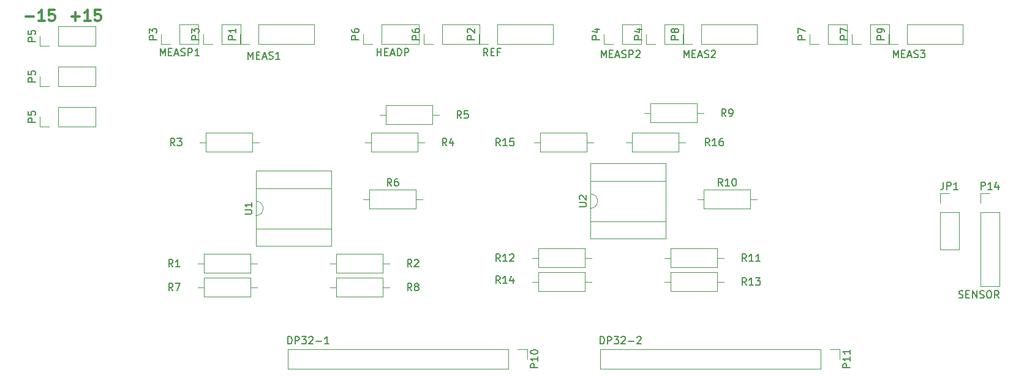
<source format=gto>
G04 #@! TF.FileFunction,Legend,Top*
%FSLAX46Y46*%
G04 Gerber Fmt 4.6, Leading zero omitted, Abs format (unit mm)*
G04 Created by KiCad (PCBNEW (2015-11-24 BZR 6329)-product) date Fri 24 Feb 2017 06:21:55 PM EST*
%MOMM*%
G01*
G04 APERTURE LIST*
%ADD10C,0.100000*%
%ADD11C,0.300000*%
%ADD12C,0.120000*%
%ADD13C,0.150000*%
G04 APERTURE END LIST*
D10*
D11*
X89948001Y-46589143D02*
X91090858Y-46589143D01*
X92590858Y-47160571D02*
X91733715Y-47160571D01*
X92162287Y-47160571D02*
X92162287Y-45660571D01*
X92019430Y-45874857D01*
X91876572Y-46017714D01*
X91733715Y-46089143D01*
X93948001Y-45660571D02*
X93233715Y-45660571D01*
X93162286Y-46374857D01*
X93233715Y-46303429D01*
X93376572Y-46232000D01*
X93733715Y-46232000D01*
X93876572Y-46303429D01*
X93948001Y-46374857D01*
X94019429Y-46517714D01*
X94019429Y-46874857D01*
X93948001Y-47017714D01*
X93876572Y-47089143D01*
X93733715Y-47160571D01*
X93376572Y-47160571D01*
X93233715Y-47089143D01*
X93162286Y-47017714D01*
X96298001Y-46589143D02*
X97440858Y-46589143D01*
X96869429Y-47160571D02*
X96869429Y-46017714D01*
X98940858Y-47160571D02*
X98083715Y-47160571D01*
X98512287Y-47160571D02*
X98512287Y-45660571D01*
X98369430Y-45874857D01*
X98226572Y-46017714D01*
X98083715Y-46089143D01*
X100298001Y-45660571D02*
X99583715Y-45660571D01*
X99512286Y-46374857D01*
X99583715Y-46303429D01*
X99726572Y-46232000D01*
X100083715Y-46232000D01*
X100226572Y-46303429D01*
X100298001Y-46374857D01*
X100369429Y-46517714D01*
X100369429Y-46874857D01*
X100298001Y-47017714D01*
X100226572Y-47089143D01*
X100083715Y-47160571D01*
X99726572Y-47160571D01*
X99583715Y-47089143D01*
X99512286Y-47017714D01*
D12*
X94488000Y-61782000D02*
X99628000Y-61782000D01*
X99628000Y-61782000D02*
X99628000Y-59122000D01*
X99628000Y-59122000D02*
X94488000Y-59122000D01*
X94488000Y-59122000D02*
X94488000Y-61782000D01*
X93218000Y-61782000D02*
X91888000Y-61782000D01*
X91888000Y-61782000D02*
X91888000Y-60452000D01*
X94488000Y-56194000D02*
X99628000Y-56194000D01*
X99628000Y-56194000D02*
X99628000Y-53534000D01*
X99628000Y-53534000D02*
X94488000Y-53534000D01*
X94488000Y-53534000D02*
X94488000Y-56194000D01*
X93218000Y-56194000D02*
X91888000Y-56194000D01*
X91888000Y-56194000D02*
X91888000Y-54864000D01*
X182788000Y-61254000D02*
X182788000Y-58634000D01*
X182788000Y-58634000D02*
X176368000Y-58634000D01*
X176368000Y-58634000D02*
X176368000Y-61254000D01*
X176368000Y-61254000D02*
X182788000Y-61254000D01*
X183678000Y-59944000D02*
X182788000Y-59944000D01*
X175478000Y-59944000D02*
X176368000Y-59944000D01*
X173828000Y-62698000D02*
X173828000Y-65318000D01*
X173828000Y-65318000D02*
X180248000Y-65318000D01*
X180248000Y-65318000D02*
X180248000Y-62698000D01*
X180248000Y-62698000D02*
X173828000Y-62698000D01*
X172938000Y-64008000D02*
X173828000Y-64008000D01*
X181138000Y-64008000D02*
X180248000Y-64008000D01*
X183734000Y-70572000D02*
X183734000Y-73192000D01*
X183734000Y-73192000D02*
X190154000Y-73192000D01*
X190154000Y-73192000D02*
X190154000Y-70572000D01*
X190154000Y-70572000D02*
X183734000Y-70572000D01*
X182844000Y-71882000D02*
X183734000Y-71882000D01*
X191044000Y-71882000D02*
X190154000Y-71882000D01*
X179162000Y-78700000D02*
X179162000Y-81320000D01*
X179162000Y-81320000D02*
X185582000Y-81320000D01*
X185582000Y-81320000D02*
X185582000Y-78700000D01*
X185582000Y-78700000D02*
X179162000Y-78700000D01*
X178272000Y-80010000D02*
X179162000Y-80010000D01*
X186472000Y-80010000D02*
X185582000Y-80010000D01*
X179162000Y-82002000D02*
X179162000Y-84622000D01*
X179162000Y-84622000D02*
X185582000Y-84622000D01*
X185582000Y-84622000D02*
X185582000Y-82002000D01*
X185582000Y-82002000D02*
X179162000Y-82002000D01*
X178272000Y-83312000D02*
X179162000Y-83312000D01*
X186472000Y-83312000D02*
X185582000Y-83312000D01*
X167294000Y-84622000D02*
X167294000Y-82002000D01*
X167294000Y-82002000D02*
X160874000Y-82002000D01*
X160874000Y-82002000D02*
X160874000Y-84622000D01*
X160874000Y-84622000D02*
X167294000Y-84622000D01*
X168184000Y-83312000D02*
X167294000Y-83312000D01*
X159984000Y-83312000D02*
X160874000Y-83312000D01*
X167294000Y-81320000D02*
X167294000Y-78700000D01*
X167294000Y-78700000D02*
X160874000Y-78700000D01*
X160874000Y-78700000D02*
X160874000Y-81320000D01*
X160874000Y-81320000D02*
X167294000Y-81320000D01*
X168184000Y-80010000D02*
X167294000Y-80010000D01*
X159984000Y-80010000D02*
X160874000Y-80010000D01*
X161128000Y-62698000D02*
X161128000Y-65318000D01*
X161128000Y-65318000D02*
X167548000Y-65318000D01*
X167548000Y-65318000D02*
X167548000Y-62698000D01*
X167548000Y-62698000D02*
X161128000Y-62698000D01*
X160238000Y-64008000D02*
X161128000Y-64008000D01*
X168438000Y-64008000D02*
X167548000Y-64008000D01*
X168028000Y-71136000D02*
G75*
G02X168028000Y-73136000I0J-1000000D01*
G01*
X168028000Y-73136000D02*
X168028000Y-74906000D01*
X168028000Y-74906000D02*
X178428000Y-74906000D01*
X178428000Y-74906000D02*
X178428000Y-69366000D01*
X178428000Y-69366000D02*
X168028000Y-69366000D01*
X168028000Y-69366000D02*
X168028000Y-71136000D01*
X168028000Y-77336000D02*
X178428000Y-77336000D01*
X178428000Y-77336000D02*
X178428000Y-66936000D01*
X178428000Y-66936000D02*
X168028000Y-66936000D01*
X168028000Y-66936000D02*
X168028000Y-77336000D01*
X206756000Y-50352000D02*
X209356000Y-50352000D01*
X209356000Y-50352000D02*
X209356000Y-47692000D01*
X209356000Y-47692000D02*
X206756000Y-47692000D01*
X206756000Y-47692000D02*
X206756000Y-50352000D01*
X205486000Y-50352000D02*
X204156000Y-50352000D01*
X204156000Y-50352000D02*
X204156000Y-49022000D01*
X178308000Y-50352000D02*
X180908000Y-50352000D01*
X180908000Y-50352000D02*
X180908000Y-47692000D01*
X180908000Y-47692000D02*
X178308000Y-47692000D01*
X178308000Y-47692000D02*
X178308000Y-50352000D01*
X177038000Y-50352000D02*
X175708000Y-50352000D01*
X175708000Y-50352000D02*
X175708000Y-49022000D01*
X147574000Y-50352000D02*
X152714000Y-50352000D01*
X152714000Y-50352000D02*
X152714000Y-47692000D01*
X152714000Y-47692000D02*
X147574000Y-47692000D01*
X147574000Y-47692000D02*
X147574000Y-50352000D01*
X146304000Y-50352000D02*
X144974000Y-50352000D01*
X144974000Y-50352000D02*
X144974000Y-49022000D01*
X111252000Y-50352000D02*
X113852000Y-50352000D01*
X113852000Y-50352000D02*
X113852000Y-47692000D01*
X113852000Y-47692000D02*
X111252000Y-47692000D01*
X111252000Y-47692000D02*
X111252000Y-50352000D01*
X109982000Y-50352000D02*
X108652000Y-50352000D01*
X108652000Y-50352000D02*
X108652000Y-49022000D01*
X216348000Y-73660000D02*
X216348000Y-78800000D01*
X216348000Y-78800000D02*
X219008000Y-78800000D01*
X219008000Y-78800000D02*
X219008000Y-73660000D01*
X219008000Y-73660000D02*
X216348000Y-73660000D01*
X216348000Y-72390000D02*
X216348000Y-71060000D01*
X216348000Y-71060000D02*
X217678000Y-71060000D01*
X122174000Y-50352000D02*
X129854000Y-50352000D01*
X129854000Y-50352000D02*
X129854000Y-47692000D01*
X129854000Y-47692000D02*
X122174000Y-47692000D01*
X122174000Y-47692000D02*
X122174000Y-50352000D01*
X120904000Y-50352000D02*
X119574000Y-50352000D01*
X119574000Y-50352000D02*
X119574000Y-49022000D01*
X155194000Y-50352000D02*
X162874000Y-50352000D01*
X162874000Y-50352000D02*
X162874000Y-47692000D01*
X162874000Y-47692000D02*
X155194000Y-47692000D01*
X155194000Y-47692000D02*
X155194000Y-50352000D01*
X153924000Y-50352000D02*
X152594000Y-50352000D01*
X152594000Y-50352000D02*
X152594000Y-49022000D01*
X117094000Y-50352000D02*
X119694000Y-50352000D01*
X119694000Y-50352000D02*
X119694000Y-47692000D01*
X119694000Y-47692000D02*
X117094000Y-47692000D01*
X117094000Y-47692000D02*
X117094000Y-50352000D01*
X115824000Y-50352000D02*
X114494000Y-50352000D01*
X114494000Y-50352000D02*
X114494000Y-49022000D01*
X172466000Y-50352000D02*
X175066000Y-50352000D01*
X175066000Y-50352000D02*
X175066000Y-47692000D01*
X175066000Y-47692000D02*
X172466000Y-47692000D01*
X172466000Y-47692000D02*
X172466000Y-50352000D01*
X171196000Y-50352000D02*
X169866000Y-50352000D01*
X169866000Y-50352000D02*
X169866000Y-49022000D01*
X94488000Y-50606000D02*
X99628000Y-50606000D01*
X99628000Y-50606000D02*
X99628000Y-47946000D01*
X99628000Y-47946000D02*
X94488000Y-47946000D01*
X94488000Y-47946000D02*
X94488000Y-50606000D01*
X93218000Y-50606000D02*
X91888000Y-50606000D01*
X91888000Y-50606000D02*
X91888000Y-49276000D01*
X139192000Y-50352000D02*
X144332000Y-50352000D01*
X144332000Y-50352000D02*
X144332000Y-47692000D01*
X144332000Y-47692000D02*
X139192000Y-47692000D01*
X139192000Y-47692000D02*
X139192000Y-50352000D01*
X137922000Y-50352000D02*
X136592000Y-50352000D01*
X136592000Y-50352000D02*
X136592000Y-49022000D01*
X200914000Y-50352000D02*
X203514000Y-50352000D01*
X203514000Y-50352000D02*
X203514000Y-47692000D01*
X203514000Y-47692000D02*
X200914000Y-47692000D01*
X200914000Y-47692000D02*
X200914000Y-50352000D01*
X199644000Y-50352000D02*
X198314000Y-50352000D01*
X198314000Y-50352000D02*
X198314000Y-49022000D01*
X183388000Y-50352000D02*
X191068000Y-50352000D01*
X191068000Y-50352000D02*
X191068000Y-47692000D01*
X191068000Y-47692000D02*
X183388000Y-47692000D01*
X183388000Y-47692000D02*
X183388000Y-50352000D01*
X182118000Y-50352000D02*
X180788000Y-50352000D01*
X180788000Y-50352000D02*
X180788000Y-49022000D01*
X211836000Y-50352000D02*
X219516000Y-50352000D01*
X219516000Y-50352000D02*
X219516000Y-47692000D01*
X219516000Y-47692000D02*
X211836000Y-47692000D01*
X211836000Y-47692000D02*
X211836000Y-50352000D01*
X210566000Y-50352000D02*
X209236000Y-50352000D01*
X209236000Y-50352000D02*
X209236000Y-49022000D01*
X156718000Y-92650000D02*
X126178000Y-92650000D01*
X126178000Y-92650000D02*
X126178000Y-95310000D01*
X126178000Y-95310000D02*
X156718000Y-95310000D01*
X156718000Y-95310000D02*
X156718000Y-92650000D01*
X157988000Y-92650000D02*
X159318000Y-92650000D01*
X159318000Y-92650000D02*
X159318000Y-93980000D01*
X199898000Y-92650000D02*
X169358000Y-92650000D01*
X169358000Y-92650000D02*
X169358000Y-95310000D01*
X169358000Y-95310000D02*
X199898000Y-95310000D01*
X199898000Y-95310000D02*
X199898000Y-92650000D01*
X201168000Y-92650000D02*
X202498000Y-92650000D01*
X202498000Y-92650000D02*
X202498000Y-93980000D01*
X221936000Y-73660000D02*
X221936000Y-83880000D01*
X221936000Y-83880000D02*
X224596000Y-83880000D01*
X224596000Y-83880000D02*
X224596000Y-73660000D01*
X224596000Y-73660000D02*
X221936000Y-73660000D01*
X221936000Y-72390000D02*
X221936000Y-71060000D01*
X221936000Y-71060000D02*
X223266000Y-71060000D01*
X121800000Y-72152000D02*
G75*
G02X121800000Y-74152000I0J-1000000D01*
G01*
X121800000Y-74152000D02*
X121800000Y-75922000D01*
X121800000Y-75922000D02*
X132200000Y-75922000D01*
X132200000Y-75922000D02*
X132200000Y-70382000D01*
X132200000Y-70382000D02*
X121800000Y-70382000D01*
X121800000Y-70382000D02*
X121800000Y-72152000D01*
X121800000Y-78352000D02*
X132200000Y-78352000D01*
X132200000Y-78352000D02*
X132200000Y-67952000D01*
X132200000Y-67952000D02*
X121800000Y-67952000D01*
X121800000Y-67952000D02*
X121800000Y-78352000D01*
X114900000Y-62698000D02*
X114900000Y-65318000D01*
X114900000Y-65318000D02*
X121320000Y-65318000D01*
X121320000Y-65318000D02*
X121320000Y-62698000D01*
X121320000Y-62698000D02*
X114900000Y-62698000D01*
X114010000Y-64008000D02*
X114900000Y-64008000D01*
X122210000Y-64008000D02*
X121320000Y-64008000D01*
X121066000Y-82082000D02*
X121066000Y-79462000D01*
X121066000Y-79462000D02*
X114646000Y-79462000D01*
X114646000Y-79462000D02*
X114646000Y-82082000D01*
X114646000Y-82082000D02*
X121066000Y-82082000D01*
X121956000Y-80772000D02*
X121066000Y-80772000D01*
X113756000Y-80772000D02*
X114646000Y-80772000D01*
X121066000Y-85384000D02*
X121066000Y-82764000D01*
X121066000Y-82764000D02*
X114646000Y-82764000D01*
X114646000Y-82764000D02*
X114646000Y-85384000D01*
X114646000Y-85384000D02*
X121066000Y-85384000D01*
X121956000Y-84074000D02*
X121066000Y-84074000D01*
X113756000Y-84074000D02*
X114646000Y-84074000D01*
X132934000Y-82764000D02*
X132934000Y-85384000D01*
X132934000Y-85384000D02*
X139354000Y-85384000D01*
X139354000Y-85384000D02*
X139354000Y-82764000D01*
X139354000Y-82764000D02*
X132934000Y-82764000D01*
X132044000Y-84074000D02*
X132934000Y-84074000D01*
X140244000Y-84074000D02*
X139354000Y-84074000D01*
X132934000Y-79462000D02*
X132934000Y-82082000D01*
X132934000Y-82082000D02*
X139354000Y-82082000D01*
X139354000Y-82082000D02*
X139354000Y-79462000D01*
X139354000Y-79462000D02*
X132934000Y-79462000D01*
X132044000Y-80772000D02*
X132934000Y-80772000D01*
X140244000Y-80772000D02*
X139354000Y-80772000D01*
X137506000Y-70572000D02*
X137506000Y-73192000D01*
X137506000Y-73192000D02*
X143926000Y-73192000D01*
X143926000Y-73192000D02*
X143926000Y-70572000D01*
X143926000Y-70572000D02*
X137506000Y-70572000D01*
X136616000Y-71882000D02*
X137506000Y-71882000D01*
X144816000Y-71882000D02*
X143926000Y-71882000D01*
X137760000Y-62698000D02*
X137760000Y-65318000D01*
X137760000Y-65318000D02*
X144180000Y-65318000D01*
X144180000Y-65318000D02*
X144180000Y-62698000D01*
X144180000Y-62698000D02*
X137760000Y-62698000D01*
X136870000Y-64008000D02*
X137760000Y-64008000D01*
X145070000Y-64008000D02*
X144180000Y-64008000D01*
X146212000Y-61508000D02*
X146212000Y-58888000D01*
X146212000Y-58888000D02*
X139792000Y-58888000D01*
X139792000Y-58888000D02*
X139792000Y-61508000D01*
X139792000Y-61508000D02*
X146212000Y-61508000D01*
X147102000Y-60198000D02*
X146212000Y-60198000D01*
X138902000Y-60198000D02*
X139792000Y-60198000D01*
D13*
X91340381Y-61190095D02*
X90340381Y-61190095D01*
X90340381Y-60809142D01*
X90388000Y-60713904D01*
X90435619Y-60666285D01*
X90530857Y-60618666D01*
X90673714Y-60618666D01*
X90768952Y-60666285D01*
X90816571Y-60713904D01*
X90864190Y-60809142D01*
X90864190Y-61190095D01*
X90340381Y-59713904D02*
X90340381Y-60190095D01*
X90816571Y-60237714D01*
X90768952Y-60190095D01*
X90721333Y-60094857D01*
X90721333Y-59856761D01*
X90768952Y-59761523D01*
X90816571Y-59713904D01*
X90911810Y-59666285D01*
X91149905Y-59666285D01*
X91245143Y-59713904D01*
X91292762Y-59761523D01*
X91340381Y-59856761D01*
X91340381Y-60094857D01*
X91292762Y-60190095D01*
X91245143Y-60237714D01*
X91340381Y-55602095D02*
X90340381Y-55602095D01*
X90340381Y-55221142D01*
X90388000Y-55125904D01*
X90435619Y-55078285D01*
X90530857Y-55030666D01*
X90673714Y-55030666D01*
X90768952Y-55078285D01*
X90816571Y-55125904D01*
X90864190Y-55221142D01*
X90864190Y-55602095D01*
X90340381Y-54125904D02*
X90340381Y-54602095D01*
X90816571Y-54649714D01*
X90768952Y-54602095D01*
X90721333Y-54506857D01*
X90721333Y-54268761D01*
X90768952Y-54173523D01*
X90816571Y-54125904D01*
X90911810Y-54078285D01*
X91149905Y-54078285D01*
X91245143Y-54125904D01*
X91292762Y-54173523D01*
X91340381Y-54268761D01*
X91340381Y-54506857D01*
X91292762Y-54602095D01*
X91245143Y-54649714D01*
X186777334Y-60396381D02*
X186444000Y-59920190D01*
X186205905Y-60396381D02*
X186205905Y-59396381D01*
X186586858Y-59396381D01*
X186682096Y-59444000D01*
X186729715Y-59491619D01*
X186777334Y-59586857D01*
X186777334Y-59729714D01*
X186729715Y-59824952D01*
X186682096Y-59872571D01*
X186586858Y-59920190D01*
X186205905Y-59920190D01*
X187253524Y-60396381D02*
X187444000Y-60396381D01*
X187539239Y-60348762D01*
X187586858Y-60301143D01*
X187682096Y-60158286D01*
X187729715Y-59967810D01*
X187729715Y-59586857D01*
X187682096Y-59491619D01*
X187634477Y-59444000D01*
X187539239Y-59396381D01*
X187348762Y-59396381D01*
X187253524Y-59444000D01*
X187205905Y-59491619D01*
X187158286Y-59586857D01*
X187158286Y-59824952D01*
X187205905Y-59920190D01*
X187253524Y-59967810D01*
X187348762Y-60015429D01*
X187539239Y-60015429D01*
X187634477Y-59967810D01*
X187682096Y-59920190D01*
X187729715Y-59824952D01*
X184523143Y-64460381D02*
X184189809Y-63984190D01*
X183951714Y-64460381D02*
X183951714Y-63460381D01*
X184332667Y-63460381D01*
X184427905Y-63508000D01*
X184475524Y-63555619D01*
X184523143Y-63650857D01*
X184523143Y-63793714D01*
X184475524Y-63888952D01*
X184427905Y-63936571D01*
X184332667Y-63984190D01*
X183951714Y-63984190D01*
X185475524Y-64460381D02*
X184904095Y-64460381D01*
X185189809Y-64460381D02*
X185189809Y-63460381D01*
X185094571Y-63603238D01*
X184999333Y-63698476D01*
X184904095Y-63746095D01*
X186332667Y-63460381D02*
X186142190Y-63460381D01*
X186046952Y-63508000D01*
X185999333Y-63555619D01*
X185904095Y-63698476D01*
X185856476Y-63888952D01*
X185856476Y-64269905D01*
X185904095Y-64365143D01*
X185951714Y-64412762D01*
X186046952Y-64460381D01*
X186237429Y-64460381D01*
X186332667Y-64412762D01*
X186380286Y-64365143D01*
X186427905Y-64269905D01*
X186427905Y-64031810D01*
X186380286Y-63936571D01*
X186332667Y-63888952D01*
X186237429Y-63841333D01*
X186046952Y-63841333D01*
X185951714Y-63888952D01*
X185904095Y-63936571D01*
X185856476Y-64031810D01*
X186301143Y-70024381D02*
X185967809Y-69548190D01*
X185729714Y-70024381D02*
X185729714Y-69024381D01*
X186110667Y-69024381D01*
X186205905Y-69072000D01*
X186253524Y-69119619D01*
X186301143Y-69214857D01*
X186301143Y-69357714D01*
X186253524Y-69452952D01*
X186205905Y-69500571D01*
X186110667Y-69548190D01*
X185729714Y-69548190D01*
X187253524Y-70024381D02*
X186682095Y-70024381D01*
X186967809Y-70024381D02*
X186967809Y-69024381D01*
X186872571Y-69167238D01*
X186777333Y-69262476D01*
X186682095Y-69310095D01*
X187872571Y-69024381D02*
X187967810Y-69024381D01*
X188063048Y-69072000D01*
X188110667Y-69119619D01*
X188158286Y-69214857D01*
X188205905Y-69405333D01*
X188205905Y-69643429D01*
X188158286Y-69833905D01*
X188110667Y-69929143D01*
X188063048Y-69976762D01*
X187967810Y-70024381D01*
X187872571Y-70024381D01*
X187777333Y-69976762D01*
X187729714Y-69929143D01*
X187682095Y-69833905D01*
X187634476Y-69643429D01*
X187634476Y-69405333D01*
X187682095Y-69214857D01*
X187729714Y-69119619D01*
X187777333Y-69072000D01*
X187872571Y-69024381D01*
X189603143Y-80462381D02*
X189269809Y-79986190D01*
X189031714Y-80462381D02*
X189031714Y-79462381D01*
X189412667Y-79462381D01*
X189507905Y-79510000D01*
X189555524Y-79557619D01*
X189603143Y-79652857D01*
X189603143Y-79795714D01*
X189555524Y-79890952D01*
X189507905Y-79938571D01*
X189412667Y-79986190D01*
X189031714Y-79986190D01*
X190555524Y-80462381D02*
X189984095Y-80462381D01*
X190269809Y-80462381D02*
X190269809Y-79462381D01*
X190174571Y-79605238D01*
X190079333Y-79700476D01*
X189984095Y-79748095D01*
X191507905Y-80462381D02*
X190936476Y-80462381D01*
X191222190Y-80462381D02*
X191222190Y-79462381D01*
X191126952Y-79605238D01*
X191031714Y-79700476D01*
X190936476Y-79748095D01*
X189603143Y-83764381D02*
X189269809Y-83288190D01*
X189031714Y-83764381D02*
X189031714Y-82764381D01*
X189412667Y-82764381D01*
X189507905Y-82812000D01*
X189555524Y-82859619D01*
X189603143Y-82954857D01*
X189603143Y-83097714D01*
X189555524Y-83192952D01*
X189507905Y-83240571D01*
X189412667Y-83288190D01*
X189031714Y-83288190D01*
X190555524Y-83764381D02*
X189984095Y-83764381D01*
X190269809Y-83764381D02*
X190269809Y-82764381D01*
X190174571Y-82907238D01*
X190079333Y-83002476D01*
X189984095Y-83050095D01*
X190888857Y-82764381D02*
X191507905Y-82764381D01*
X191174571Y-83145333D01*
X191317429Y-83145333D01*
X191412667Y-83192952D01*
X191460286Y-83240571D01*
X191507905Y-83335810D01*
X191507905Y-83573905D01*
X191460286Y-83669143D01*
X191412667Y-83716762D01*
X191317429Y-83764381D01*
X191031714Y-83764381D01*
X190936476Y-83716762D01*
X190888857Y-83669143D01*
X155567143Y-83510381D02*
X155233809Y-83034190D01*
X154995714Y-83510381D02*
X154995714Y-82510381D01*
X155376667Y-82510381D01*
X155471905Y-82558000D01*
X155519524Y-82605619D01*
X155567143Y-82700857D01*
X155567143Y-82843714D01*
X155519524Y-82938952D01*
X155471905Y-82986571D01*
X155376667Y-83034190D01*
X154995714Y-83034190D01*
X156519524Y-83510381D02*
X155948095Y-83510381D01*
X156233809Y-83510381D02*
X156233809Y-82510381D01*
X156138571Y-82653238D01*
X156043333Y-82748476D01*
X155948095Y-82796095D01*
X157376667Y-82843714D02*
X157376667Y-83510381D01*
X157138571Y-82462762D02*
X156900476Y-83177048D01*
X157519524Y-83177048D01*
X155567143Y-80462381D02*
X155233809Y-79986190D01*
X154995714Y-80462381D02*
X154995714Y-79462381D01*
X155376667Y-79462381D01*
X155471905Y-79510000D01*
X155519524Y-79557619D01*
X155567143Y-79652857D01*
X155567143Y-79795714D01*
X155519524Y-79890952D01*
X155471905Y-79938571D01*
X155376667Y-79986190D01*
X154995714Y-79986190D01*
X156519524Y-80462381D02*
X155948095Y-80462381D01*
X156233809Y-80462381D02*
X156233809Y-79462381D01*
X156138571Y-79605238D01*
X156043333Y-79700476D01*
X155948095Y-79748095D01*
X156900476Y-79557619D02*
X156948095Y-79510000D01*
X157043333Y-79462381D01*
X157281429Y-79462381D01*
X157376667Y-79510000D01*
X157424286Y-79557619D01*
X157471905Y-79652857D01*
X157471905Y-79748095D01*
X157424286Y-79890952D01*
X156852857Y-80462381D01*
X157471905Y-80462381D01*
X155567143Y-64460381D02*
X155233809Y-63984190D01*
X154995714Y-64460381D02*
X154995714Y-63460381D01*
X155376667Y-63460381D01*
X155471905Y-63508000D01*
X155519524Y-63555619D01*
X155567143Y-63650857D01*
X155567143Y-63793714D01*
X155519524Y-63888952D01*
X155471905Y-63936571D01*
X155376667Y-63984190D01*
X154995714Y-63984190D01*
X156519524Y-64460381D02*
X155948095Y-64460381D01*
X156233809Y-64460381D02*
X156233809Y-63460381D01*
X156138571Y-63603238D01*
X156043333Y-63698476D01*
X155948095Y-63746095D01*
X157424286Y-63460381D02*
X156948095Y-63460381D01*
X156900476Y-63936571D01*
X156948095Y-63888952D01*
X157043333Y-63841333D01*
X157281429Y-63841333D01*
X157376667Y-63888952D01*
X157424286Y-63936571D01*
X157471905Y-64031810D01*
X157471905Y-64269905D01*
X157424286Y-64365143D01*
X157376667Y-64412762D01*
X157281429Y-64460381D01*
X157043333Y-64460381D01*
X156948095Y-64412762D01*
X156900476Y-64365143D01*
X166480381Y-72897905D02*
X167289905Y-72897905D01*
X167385143Y-72850286D01*
X167432762Y-72802667D01*
X167480381Y-72707429D01*
X167480381Y-72516952D01*
X167432762Y-72421714D01*
X167385143Y-72374095D01*
X167289905Y-72326476D01*
X166480381Y-72326476D01*
X166575619Y-71897905D02*
X166528000Y-71850286D01*
X166480381Y-71755048D01*
X166480381Y-71516952D01*
X166528000Y-71421714D01*
X166575619Y-71374095D01*
X166670857Y-71326476D01*
X166766095Y-71326476D01*
X166908952Y-71374095D01*
X167480381Y-71945524D01*
X167480381Y-71326476D01*
X203608381Y-49760095D02*
X202608381Y-49760095D01*
X202608381Y-49379142D01*
X202656000Y-49283904D01*
X202703619Y-49236285D01*
X202798857Y-49188666D01*
X202941714Y-49188666D01*
X203036952Y-49236285D01*
X203084571Y-49283904D01*
X203132190Y-49379142D01*
X203132190Y-49760095D01*
X202608381Y-48855333D02*
X202608381Y-48188666D01*
X203608381Y-48617238D01*
X175160381Y-49760095D02*
X174160381Y-49760095D01*
X174160381Y-49379142D01*
X174208000Y-49283904D01*
X174255619Y-49236285D01*
X174350857Y-49188666D01*
X174493714Y-49188666D01*
X174588952Y-49236285D01*
X174636571Y-49283904D01*
X174684190Y-49379142D01*
X174684190Y-49760095D01*
X174493714Y-48331523D02*
X175160381Y-48331523D01*
X174112762Y-48569619D02*
X174827048Y-48807714D01*
X174827048Y-48188666D01*
X144426381Y-49760095D02*
X143426381Y-49760095D01*
X143426381Y-49379142D01*
X143474000Y-49283904D01*
X143521619Y-49236285D01*
X143616857Y-49188666D01*
X143759714Y-49188666D01*
X143854952Y-49236285D01*
X143902571Y-49283904D01*
X143950190Y-49379142D01*
X143950190Y-49760095D01*
X143426381Y-48331523D02*
X143426381Y-48522000D01*
X143474000Y-48617238D01*
X143521619Y-48664857D01*
X143664476Y-48760095D01*
X143854952Y-48807714D01*
X144235905Y-48807714D01*
X144331143Y-48760095D01*
X144378762Y-48712476D01*
X144426381Y-48617238D01*
X144426381Y-48426761D01*
X144378762Y-48331523D01*
X144331143Y-48283904D01*
X144235905Y-48236285D01*
X143997810Y-48236285D01*
X143902571Y-48283904D01*
X143854952Y-48331523D01*
X143807333Y-48426761D01*
X143807333Y-48617238D01*
X143854952Y-48712476D01*
X143902571Y-48760095D01*
X143997810Y-48807714D01*
X108104381Y-49760095D02*
X107104381Y-49760095D01*
X107104381Y-49379142D01*
X107152000Y-49283904D01*
X107199619Y-49236285D01*
X107294857Y-49188666D01*
X107437714Y-49188666D01*
X107532952Y-49236285D01*
X107580571Y-49283904D01*
X107628190Y-49379142D01*
X107628190Y-49760095D01*
X107104381Y-48855333D02*
X107104381Y-48236285D01*
X107485333Y-48569619D01*
X107485333Y-48426761D01*
X107532952Y-48331523D01*
X107580571Y-48283904D01*
X107675810Y-48236285D01*
X107913905Y-48236285D01*
X108009143Y-48283904D01*
X108056762Y-48331523D01*
X108104381Y-48426761D01*
X108104381Y-48712476D01*
X108056762Y-48807714D01*
X108009143Y-48855333D01*
X108585333Y-52014381D02*
X108585333Y-51014381D01*
X108918667Y-51728667D01*
X109252000Y-51014381D01*
X109252000Y-52014381D01*
X109728190Y-51490571D02*
X110061524Y-51490571D01*
X110204381Y-52014381D02*
X109728190Y-52014381D01*
X109728190Y-51014381D01*
X110204381Y-51014381D01*
X110585333Y-51728667D02*
X111061524Y-51728667D01*
X110490095Y-52014381D02*
X110823428Y-51014381D01*
X111156762Y-52014381D01*
X111442476Y-51966762D02*
X111585333Y-52014381D01*
X111823429Y-52014381D01*
X111918667Y-51966762D01*
X111966286Y-51919143D01*
X112013905Y-51823905D01*
X112013905Y-51728667D01*
X111966286Y-51633429D01*
X111918667Y-51585810D01*
X111823429Y-51538190D01*
X111632952Y-51490571D01*
X111537714Y-51442952D01*
X111490095Y-51395333D01*
X111442476Y-51300095D01*
X111442476Y-51204857D01*
X111490095Y-51109619D01*
X111537714Y-51062000D01*
X111632952Y-51014381D01*
X111871048Y-51014381D01*
X112013905Y-51062000D01*
X112442476Y-52014381D02*
X112442476Y-51014381D01*
X112823429Y-51014381D01*
X112918667Y-51062000D01*
X112966286Y-51109619D01*
X113013905Y-51204857D01*
X113013905Y-51347714D01*
X112966286Y-51442952D01*
X112918667Y-51490571D01*
X112823429Y-51538190D01*
X112442476Y-51538190D01*
X113966286Y-52014381D02*
X113394857Y-52014381D01*
X113680571Y-52014381D02*
X113680571Y-51014381D01*
X113585333Y-51157238D01*
X113490095Y-51252476D01*
X113394857Y-51300095D01*
X216844667Y-69512381D02*
X216844667Y-70226667D01*
X216797047Y-70369524D01*
X216701809Y-70464762D01*
X216558952Y-70512381D01*
X216463714Y-70512381D01*
X217320857Y-70512381D02*
X217320857Y-69512381D01*
X217701810Y-69512381D01*
X217797048Y-69560000D01*
X217844667Y-69607619D01*
X217892286Y-69702857D01*
X217892286Y-69845714D01*
X217844667Y-69940952D01*
X217797048Y-69988571D01*
X217701810Y-70036190D01*
X217320857Y-70036190D01*
X218844667Y-70512381D02*
X218273238Y-70512381D01*
X218558952Y-70512381D02*
X218558952Y-69512381D01*
X218463714Y-69655238D01*
X218368476Y-69750476D01*
X218273238Y-69798095D01*
X119026381Y-49760095D02*
X118026381Y-49760095D01*
X118026381Y-49379142D01*
X118074000Y-49283904D01*
X118121619Y-49236285D01*
X118216857Y-49188666D01*
X118359714Y-49188666D01*
X118454952Y-49236285D01*
X118502571Y-49283904D01*
X118550190Y-49379142D01*
X118550190Y-49760095D01*
X119026381Y-48236285D02*
X119026381Y-48807714D01*
X119026381Y-48522000D02*
X118026381Y-48522000D01*
X118169238Y-48617238D01*
X118264476Y-48712476D01*
X118312095Y-48807714D01*
X120737333Y-52474381D02*
X120737333Y-51474381D01*
X121070667Y-52188667D01*
X121404000Y-51474381D01*
X121404000Y-52474381D01*
X121880190Y-51950571D02*
X122213524Y-51950571D01*
X122356381Y-52474381D02*
X121880190Y-52474381D01*
X121880190Y-51474381D01*
X122356381Y-51474381D01*
X122737333Y-52188667D02*
X123213524Y-52188667D01*
X122642095Y-52474381D02*
X122975428Y-51474381D01*
X123308762Y-52474381D01*
X123594476Y-52426762D02*
X123737333Y-52474381D01*
X123975429Y-52474381D01*
X124070667Y-52426762D01*
X124118286Y-52379143D01*
X124165905Y-52283905D01*
X124165905Y-52188667D01*
X124118286Y-52093429D01*
X124070667Y-52045810D01*
X123975429Y-51998190D01*
X123784952Y-51950571D01*
X123689714Y-51902952D01*
X123642095Y-51855333D01*
X123594476Y-51760095D01*
X123594476Y-51664857D01*
X123642095Y-51569619D01*
X123689714Y-51522000D01*
X123784952Y-51474381D01*
X124023048Y-51474381D01*
X124165905Y-51522000D01*
X125118286Y-52474381D02*
X124546857Y-52474381D01*
X124832571Y-52474381D02*
X124832571Y-51474381D01*
X124737333Y-51617238D01*
X124642095Y-51712476D01*
X124546857Y-51760095D01*
X152046381Y-49760095D02*
X151046381Y-49760095D01*
X151046381Y-49379142D01*
X151094000Y-49283904D01*
X151141619Y-49236285D01*
X151236857Y-49188666D01*
X151379714Y-49188666D01*
X151474952Y-49236285D01*
X151522571Y-49283904D01*
X151570190Y-49379142D01*
X151570190Y-49760095D01*
X151141619Y-48807714D02*
X151094000Y-48760095D01*
X151046381Y-48664857D01*
X151046381Y-48426761D01*
X151094000Y-48331523D01*
X151141619Y-48283904D01*
X151236857Y-48236285D01*
X151332095Y-48236285D01*
X151474952Y-48283904D01*
X152046381Y-48855333D01*
X152046381Y-48236285D01*
X153860572Y-52014381D02*
X153527238Y-51538190D01*
X153289143Y-52014381D02*
X153289143Y-51014381D01*
X153670096Y-51014381D01*
X153765334Y-51062000D01*
X153812953Y-51109619D01*
X153860572Y-51204857D01*
X153860572Y-51347714D01*
X153812953Y-51442952D01*
X153765334Y-51490571D01*
X153670096Y-51538190D01*
X153289143Y-51538190D01*
X154289143Y-51490571D02*
X154622477Y-51490571D01*
X154765334Y-52014381D02*
X154289143Y-52014381D01*
X154289143Y-51014381D01*
X154765334Y-51014381D01*
X155527239Y-51490571D02*
X155193905Y-51490571D01*
X155193905Y-52014381D02*
X155193905Y-51014381D01*
X155670096Y-51014381D01*
X113946381Y-49760095D02*
X112946381Y-49760095D01*
X112946381Y-49379142D01*
X112994000Y-49283904D01*
X113041619Y-49236285D01*
X113136857Y-49188666D01*
X113279714Y-49188666D01*
X113374952Y-49236285D01*
X113422571Y-49283904D01*
X113470190Y-49379142D01*
X113470190Y-49760095D01*
X112946381Y-48855333D02*
X112946381Y-48236285D01*
X113327333Y-48569619D01*
X113327333Y-48426761D01*
X113374952Y-48331523D01*
X113422571Y-48283904D01*
X113517810Y-48236285D01*
X113755905Y-48236285D01*
X113851143Y-48283904D01*
X113898762Y-48331523D01*
X113946381Y-48426761D01*
X113946381Y-48712476D01*
X113898762Y-48807714D01*
X113851143Y-48855333D01*
X169318381Y-49760095D02*
X168318381Y-49760095D01*
X168318381Y-49379142D01*
X168366000Y-49283904D01*
X168413619Y-49236285D01*
X168508857Y-49188666D01*
X168651714Y-49188666D01*
X168746952Y-49236285D01*
X168794571Y-49283904D01*
X168842190Y-49379142D01*
X168842190Y-49760095D01*
X168651714Y-48331523D02*
X169318381Y-48331523D01*
X168270762Y-48569619D02*
X168985048Y-48807714D01*
X168985048Y-48188666D01*
X169545333Y-52268381D02*
X169545333Y-51268381D01*
X169878667Y-51982667D01*
X170212000Y-51268381D01*
X170212000Y-52268381D01*
X170688190Y-51744571D02*
X171021524Y-51744571D01*
X171164381Y-52268381D02*
X170688190Y-52268381D01*
X170688190Y-51268381D01*
X171164381Y-51268381D01*
X171545333Y-51982667D02*
X172021524Y-51982667D01*
X171450095Y-52268381D02*
X171783428Y-51268381D01*
X172116762Y-52268381D01*
X172402476Y-52220762D02*
X172545333Y-52268381D01*
X172783429Y-52268381D01*
X172878667Y-52220762D01*
X172926286Y-52173143D01*
X172973905Y-52077905D01*
X172973905Y-51982667D01*
X172926286Y-51887429D01*
X172878667Y-51839810D01*
X172783429Y-51792190D01*
X172592952Y-51744571D01*
X172497714Y-51696952D01*
X172450095Y-51649333D01*
X172402476Y-51554095D01*
X172402476Y-51458857D01*
X172450095Y-51363619D01*
X172497714Y-51316000D01*
X172592952Y-51268381D01*
X172831048Y-51268381D01*
X172973905Y-51316000D01*
X173402476Y-52268381D02*
X173402476Y-51268381D01*
X173783429Y-51268381D01*
X173878667Y-51316000D01*
X173926286Y-51363619D01*
X173973905Y-51458857D01*
X173973905Y-51601714D01*
X173926286Y-51696952D01*
X173878667Y-51744571D01*
X173783429Y-51792190D01*
X173402476Y-51792190D01*
X174354857Y-51363619D02*
X174402476Y-51316000D01*
X174497714Y-51268381D01*
X174735810Y-51268381D01*
X174831048Y-51316000D01*
X174878667Y-51363619D01*
X174926286Y-51458857D01*
X174926286Y-51554095D01*
X174878667Y-51696952D01*
X174307238Y-52268381D01*
X174926286Y-52268381D01*
X91340381Y-50014095D02*
X90340381Y-50014095D01*
X90340381Y-49633142D01*
X90388000Y-49537904D01*
X90435619Y-49490285D01*
X90530857Y-49442666D01*
X90673714Y-49442666D01*
X90768952Y-49490285D01*
X90816571Y-49537904D01*
X90864190Y-49633142D01*
X90864190Y-50014095D01*
X90340381Y-48537904D02*
X90340381Y-49014095D01*
X90816571Y-49061714D01*
X90768952Y-49014095D01*
X90721333Y-48918857D01*
X90721333Y-48680761D01*
X90768952Y-48585523D01*
X90816571Y-48537904D01*
X90911810Y-48490285D01*
X91149905Y-48490285D01*
X91245143Y-48537904D01*
X91292762Y-48585523D01*
X91340381Y-48680761D01*
X91340381Y-48918857D01*
X91292762Y-49014095D01*
X91245143Y-49061714D01*
X136044381Y-49760095D02*
X135044381Y-49760095D01*
X135044381Y-49379142D01*
X135092000Y-49283904D01*
X135139619Y-49236285D01*
X135234857Y-49188666D01*
X135377714Y-49188666D01*
X135472952Y-49236285D01*
X135520571Y-49283904D01*
X135568190Y-49379142D01*
X135568190Y-49760095D01*
X135044381Y-48331523D02*
X135044381Y-48522000D01*
X135092000Y-48617238D01*
X135139619Y-48664857D01*
X135282476Y-48760095D01*
X135472952Y-48807714D01*
X135853905Y-48807714D01*
X135949143Y-48760095D01*
X135996762Y-48712476D01*
X136044381Y-48617238D01*
X136044381Y-48426761D01*
X135996762Y-48331523D01*
X135949143Y-48283904D01*
X135853905Y-48236285D01*
X135615810Y-48236285D01*
X135520571Y-48283904D01*
X135472952Y-48331523D01*
X135425333Y-48426761D01*
X135425333Y-48617238D01*
X135472952Y-48712476D01*
X135520571Y-48760095D01*
X135615810Y-48807714D01*
X138549333Y-52014381D02*
X138549333Y-51014381D01*
X138549333Y-51490571D02*
X139120762Y-51490571D01*
X139120762Y-52014381D02*
X139120762Y-51014381D01*
X139596952Y-51490571D02*
X139930286Y-51490571D01*
X140073143Y-52014381D02*
X139596952Y-52014381D01*
X139596952Y-51014381D01*
X140073143Y-51014381D01*
X140454095Y-51728667D02*
X140930286Y-51728667D01*
X140358857Y-52014381D02*
X140692190Y-51014381D01*
X141025524Y-52014381D01*
X141358857Y-52014381D02*
X141358857Y-51014381D01*
X141596952Y-51014381D01*
X141739810Y-51062000D01*
X141835048Y-51157238D01*
X141882667Y-51252476D01*
X141930286Y-51442952D01*
X141930286Y-51585810D01*
X141882667Y-51776286D01*
X141835048Y-51871524D01*
X141739810Y-51966762D01*
X141596952Y-52014381D01*
X141358857Y-52014381D01*
X142358857Y-52014381D02*
X142358857Y-51014381D01*
X142739810Y-51014381D01*
X142835048Y-51062000D01*
X142882667Y-51109619D01*
X142930286Y-51204857D01*
X142930286Y-51347714D01*
X142882667Y-51442952D01*
X142835048Y-51490571D01*
X142739810Y-51538190D01*
X142358857Y-51538190D01*
X197766381Y-49760095D02*
X196766381Y-49760095D01*
X196766381Y-49379142D01*
X196814000Y-49283904D01*
X196861619Y-49236285D01*
X196956857Y-49188666D01*
X197099714Y-49188666D01*
X197194952Y-49236285D01*
X197242571Y-49283904D01*
X197290190Y-49379142D01*
X197290190Y-49760095D01*
X196766381Y-48855333D02*
X196766381Y-48188666D01*
X197766381Y-48617238D01*
X180240381Y-49760095D02*
X179240381Y-49760095D01*
X179240381Y-49379142D01*
X179288000Y-49283904D01*
X179335619Y-49236285D01*
X179430857Y-49188666D01*
X179573714Y-49188666D01*
X179668952Y-49236285D01*
X179716571Y-49283904D01*
X179764190Y-49379142D01*
X179764190Y-49760095D01*
X179668952Y-48617238D02*
X179621333Y-48712476D01*
X179573714Y-48760095D01*
X179478476Y-48807714D01*
X179430857Y-48807714D01*
X179335619Y-48760095D01*
X179288000Y-48712476D01*
X179240381Y-48617238D01*
X179240381Y-48426761D01*
X179288000Y-48331523D01*
X179335619Y-48283904D01*
X179430857Y-48236285D01*
X179478476Y-48236285D01*
X179573714Y-48283904D01*
X179621333Y-48331523D01*
X179668952Y-48426761D01*
X179668952Y-48617238D01*
X179716571Y-48712476D01*
X179764190Y-48760095D01*
X179859429Y-48807714D01*
X180049905Y-48807714D01*
X180145143Y-48760095D01*
X180192762Y-48712476D01*
X180240381Y-48617238D01*
X180240381Y-48426761D01*
X180192762Y-48331523D01*
X180145143Y-48283904D01*
X180049905Y-48236285D01*
X179859429Y-48236285D01*
X179764190Y-48283904D01*
X179716571Y-48331523D01*
X179668952Y-48426761D01*
X180967333Y-52268381D02*
X180967333Y-51268381D01*
X181300667Y-51982667D01*
X181634000Y-51268381D01*
X181634000Y-52268381D01*
X182110190Y-51744571D02*
X182443524Y-51744571D01*
X182586381Y-52268381D02*
X182110190Y-52268381D01*
X182110190Y-51268381D01*
X182586381Y-51268381D01*
X182967333Y-51982667D02*
X183443524Y-51982667D01*
X182872095Y-52268381D02*
X183205428Y-51268381D01*
X183538762Y-52268381D01*
X183824476Y-52220762D02*
X183967333Y-52268381D01*
X184205429Y-52268381D01*
X184300667Y-52220762D01*
X184348286Y-52173143D01*
X184395905Y-52077905D01*
X184395905Y-51982667D01*
X184348286Y-51887429D01*
X184300667Y-51839810D01*
X184205429Y-51792190D01*
X184014952Y-51744571D01*
X183919714Y-51696952D01*
X183872095Y-51649333D01*
X183824476Y-51554095D01*
X183824476Y-51458857D01*
X183872095Y-51363619D01*
X183919714Y-51316000D01*
X184014952Y-51268381D01*
X184253048Y-51268381D01*
X184395905Y-51316000D01*
X184776857Y-51363619D02*
X184824476Y-51316000D01*
X184919714Y-51268381D01*
X185157810Y-51268381D01*
X185253048Y-51316000D01*
X185300667Y-51363619D01*
X185348286Y-51458857D01*
X185348286Y-51554095D01*
X185300667Y-51696952D01*
X184729238Y-52268381D01*
X185348286Y-52268381D01*
X208688381Y-49760095D02*
X207688381Y-49760095D01*
X207688381Y-49379142D01*
X207736000Y-49283904D01*
X207783619Y-49236285D01*
X207878857Y-49188666D01*
X208021714Y-49188666D01*
X208116952Y-49236285D01*
X208164571Y-49283904D01*
X208212190Y-49379142D01*
X208212190Y-49760095D01*
X208688381Y-48712476D02*
X208688381Y-48522000D01*
X208640762Y-48426761D01*
X208593143Y-48379142D01*
X208450286Y-48283904D01*
X208259810Y-48236285D01*
X207878857Y-48236285D01*
X207783619Y-48283904D01*
X207736000Y-48331523D01*
X207688381Y-48426761D01*
X207688381Y-48617238D01*
X207736000Y-48712476D01*
X207783619Y-48760095D01*
X207878857Y-48807714D01*
X208116952Y-48807714D01*
X208212190Y-48760095D01*
X208259810Y-48712476D01*
X208307429Y-48617238D01*
X208307429Y-48426761D01*
X208259810Y-48331523D01*
X208212190Y-48283904D01*
X208116952Y-48236285D01*
X209923333Y-52268381D02*
X209923333Y-51268381D01*
X210256667Y-51982667D01*
X210590000Y-51268381D01*
X210590000Y-52268381D01*
X211066190Y-51744571D02*
X211399524Y-51744571D01*
X211542381Y-52268381D02*
X211066190Y-52268381D01*
X211066190Y-51268381D01*
X211542381Y-51268381D01*
X211923333Y-51982667D02*
X212399524Y-51982667D01*
X211828095Y-52268381D02*
X212161428Y-51268381D01*
X212494762Y-52268381D01*
X212780476Y-52220762D02*
X212923333Y-52268381D01*
X213161429Y-52268381D01*
X213256667Y-52220762D01*
X213304286Y-52173143D01*
X213351905Y-52077905D01*
X213351905Y-51982667D01*
X213304286Y-51887429D01*
X213256667Y-51839810D01*
X213161429Y-51792190D01*
X212970952Y-51744571D01*
X212875714Y-51696952D01*
X212828095Y-51649333D01*
X212780476Y-51554095D01*
X212780476Y-51458857D01*
X212828095Y-51363619D01*
X212875714Y-51316000D01*
X212970952Y-51268381D01*
X213209048Y-51268381D01*
X213351905Y-51316000D01*
X213685238Y-51268381D02*
X214304286Y-51268381D01*
X213970952Y-51649333D01*
X214113810Y-51649333D01*
X214209048Y-51696952D01*
X214256667Y-51744571D01*
X214304286Y-51839810D01*
X214304286Y-52077905D01*
X214256667Y-52173143D01*
X214209048Y-52220762D01*
X214113810Y-52268381D01*
X213828095Y-52268381D01*
X213732857Y-52220762D01*
X213685238Y-52173143D01*
X160770381Y-95194286D02*
X159770381Y-95194286D01*
X159770381Y-94813333D01*
X159818000Y-94718095D01*
X159865619Y-94670476D01*
X159960857Y-94622857D01*
X160103714Y-94622857D01*
X160198952Y-94670476D01*
X160246571Y-94718095D01*
X160294190Y-94813333D01*
X160294190Y-95194286D01*
X160770381Y-93670476D02*
X160770381Y-94241905D01*
X160770381Y-93956191D02*
X159770381Y-93956191D01*
X159913238Y-94051429D01*
X160008476Y-94146667D01*
X160056095Y-94241905D01*
X159770381Y-93051429D02*
X159770381Y-92956190D01*
X159818000Y-92860952D01*
X159865619Y-92813333D01*
X159960857Y-92765714D01*
X160151333Y-92718095D01*
X160389429Y-92718095D01*
X160579905Y-92765714D01*
X160675143Y-92813333D01*
X160722762Y-92860952D01*
X160770381Y-92956190D01*
X160770381Y-93051429D01*
X160722762Y-93146667D01*
X160675143Y-93194286D01*
X160579905Y-93241905D01*
X160389429Y-93289524D01*
X160151333Y-93289524D01*
X159960857Y-93241905D01*
X159865619Y-93194286D01*
X159818000Y-93146667D01*
X159770381Y-93051429D01*
X126222476Y-91892381D02*
X126222476Y-90892381D01*
X126460571Y-90892381D01*
X126603429Y-90940000D01*
X126698667Y-91035238D01*
X126746286Y-91130476D01*
X126793905Y-91320952D01*
X126793905Y-91463810D01*
X126746286Y-91654286D01*
X126698667Y-91749524D01*
X126603429Y-91844762D01*
X126460571Y-91892381D01*
X126222476Y-91892381D01*
X127222476Y-91892381D02*
X127222476Y-90892381D01*
X127603429Y-90892381D01*
X127698667Y-90940000D01*
X127746286Y-90987619D01*
X127793905Y-91082857D01*
X127793905Y-91225714D01*
X127746286Y-91320952D01*
X127698667Y-91368571D01*
X127603429Y-91416190D01*
X127222476Y-91416190D01*
X128127238Y-90892381D02*
X128746286Y-90892381D01*
X128412952Y-91273333D01*
X128555810Y-91273333D01*
X128651048Y-91320952D01*
X128698667Y-91368571D01*
X128746286Y-91463810D01*
X128746286Y-91701905D01*
X128698667Y-91797143D01*
X128651048Y-91844762D01*
X128555810Y-91892381D01*
X128270095Y-91892381D01*
X128174857Y-91844762D01*
X128127238Y-91797143D01*
X129127238Y-90987619D02*
X129174857Y-90940000D01*
X129270095Y-90892381D01*
X129508191Y-90892381D01*
X129603429Y-90940000D01*
X129651048Y-90987619D01*
X129698667Y-91082857D01*
X129698667Y-91178095D01*
X129651048Y-91320952D01*
X129079619Y-91892381D01*
X129698667Y-91892381D01*
X130127238Y-91511429D02*
X130889143Y-91511429D01*
X131889143Y-91892381D02*
X131317714Y-91892381D01*
X131603428Y-91892381D02*
X131603428Y-90892381D01*
X131508190Y-91035238D01*
X131412952Y-91130476D01*
X131317714Y-91178095D01*
X203950381Y-95194286D02*
X202950381Y-95194286D01*
X202950381Y-94813333D01*
X202998000Y-94718095D01*
X203045619Y-94670476D01*
X203140857Y-94622857D01*
X203283714Y-94622857D01*
X203378952Y-94670476D01*
X203426571Y-94718095D01*
X203474190Y-94813333D01*
X203474190Y-95194286D01*
X203950381Y-93670476D02*
X203950381Y-94241905D01*
X203950381Y-93956191D02*
X202950381Y-93956191D01*
X203093238Y-94051429D01*
X203188476Y-94146667D01*
X203236095Y-94241905D01*
X203950381Y-92718095D02*
X203950381Y-93289524D01*
X203950381Y-93003810D02*
X202950381Y-93003810D01*
X203093238Y-93099048D01*
X203188476Y-93194286D01*
X203236095Y-93289524D01*
X169402476Y-91892381D02*
X169402476Y-90892381D01*
X169640571Y-90892381D01*
X169783429Y-90940000D01*
X169878667Y-91035238D01*
X169926286Y-91130476D01*
X169973905Y-91320952D01*
X169973905Y-91463810D01*
X169926286Y-91654286D01*
X169878667Y-91749524D01*
X169783429Y-91844762D01*
X169640571Y-91892381D01*
X169402476Y-91892381D01*
X170402476Y-91892381D02*
X170402476Y-90892381D01*
X170783429Y-90892381D01*
X170878667Y-90940000D01*
X170926286Y-90987619D01*
X170973905Y-91082857D01*
X170973905Y-91225714D01*
X170926286Y-91320952D01*
X170878667Y-91368571D01*
X170783429Y-91416190D01*
X170402476Y-91416190D01*
X171307238Y-90892381D02*
X171926286Y-90892381D01*
X171592952Y-91273333D01*
X171735810Y-91273333D01*
X171831048Y-91320952D01*
X171878667Y-91368571D01*
X171926286Y-91463810D01*
X171926286Y-91701905D01*
X171878667Y-91797143D01*
X171831048Y-91844762D01*
X171735810Y-91892381D01*
X171450095Y-91892381D01*
X171354857Y-91844762D01*
X171307238Y-91797143D01*
X172307238Y-90987619D02*
X172354857Y-90940000D01*
X172450095Y-90892381D01*
X172688191Y-90892381D01*
X172783429Y-90940000D01*
X172831048Y-90987619D01*
X172878667Y-91082857D01*
X172878667Y-91178095D01*
X172831048Y-91320952D01*
X172259619Y-91892381D01*
X172878667Y-91892381D01*
X173307238Y-91511429D02*
X174069143Y-91511429D01*
X174497714Y-90987619D02*
X174545333Y-90940000D01*
X174640571Y-90892381D01*
X174878667Y-90892381D01*
X174973905Y-90940000D01*
X175021524Y-90987619D01*
X175069143Y-91082857D01*
X175069143Y-91178095D01*
X175021524Y-91320952D01*
X174450095Y-91892381D01*
X175069143Y-91892381D01*
X222051714Y-70512381D02*
X222051714Y-69512381D01*
X222432667Y-69512381D01*
X222527905Y-69560000D01*
X222575524Y-69607619D01*
X222623143Y-69702857D01*
X222623143Y-69845714D01*
X222575524Y-69940952D01*
X222527905Y-69988571D01*
X222432667Y-70036190D01*
X222051714Y-70036190D01*
X223575524Y-70512381D02*
X223004095Y-70512381D01*
X223289809Y-70512381D02*
X223289809Y-69512381D01*
X223194571Y-69655238D01*
X223099333Y-69750476D01*
X223004095Y-69798095D01*
X224432667Y-69845714D02*
X224432667Y-70512381D01*
X224194571Y-69464762D02*
X223956476Y-70179048D01*
X224575524Y-70179048D01*
X218980095Y-85494762D02*
X219122952Y-85542381D01*
X219361048Y-85542381D01*
X219456286Y-85494762D01*
X219503905Y-85447143D01*
X219551524Y-85351905D01*
X219551524Y-85256667D01*
X219503905Y-85161429D01*
X219456286Y-85113810D01*
X219361048Y-85066190D01*
X219170571Y-85018571D01*
X219075333Y-84970952D01*
X219027714Y-84923333D01*
X218980095Y-84828095D01*
X218980095Y-84732857D01*
X219027714Y-84637619D01*
X219075333Y-84590000D01*
X219170571Y-84542381D01*
X219408667Y-84542381D01*
X219551524Y-84590000D01*
X219980095Y-85018571D02*
X220313429Y-85018571D01*
X220456286Y-85542381D02*
X219980095Y-85542381D01*
X219980095Y-84542381D01*
X220456286Y-84542381D01*
X220884857Y-85542381D02*
X220884857Y-84542381D01*
X221456286Y-85542381D01*
X221456286Y-84542381D01*
X221884857Y-85494762D02*
X222027714Y-85542381D01*
X222265810Y-85542381D01*
X222361048Y-85494762D01*
X222408667Y-85447143D01*
X222456286Y-85351905D01*
X222456286Y-85256667D01*
X222408667Y-85161429D01*
X222361048Y-85113810D01*
X222265810Y-85066190D01*
X222075333Y-85018571D01*
X221980095Y-84970952D01*
X221932476Y-84923333D01*
X221884857Y-84828095D01*
X221884857Y-84732857D01*
X221932476Y-84637619D01*
X221980095Y-84590000D01*
X222075333Y-84542381D01*
X222313429Y-84542381D01*
X222456286Y-84590000D01*
X223075333Y-84542381D02*
X223265810Y-84542381D01*
X223361048Y-84590000D01*
X223456286Y-84685238D01*
X223503905Y-84875714D01*
X223503905Y-85209048D01*
X223456286Y-85399524D01*
X223361048Y-85494762D01*
X223265810Y-85542381D01*
X223075333Y-85542381D01*
X222980095Y-85494762D01*
X222884857Y-85399524D01*
X222837238Y-85209048D01*
X222837238Y-84875714D01*
X222884857Y-84685238D01*
X222980095Y-84590000D01*
X223075333Y-84542381D01*
X224503905Y-85542381D02*
X224170571Y-85066190D01*
X223932476Y-85542381D02*
X223932476Y-84542381D01*
X224313429Y-84542381D01*
X224408667Y-84590000D01*
X224456286Y-84637619D01*
X224503905Y-84732857D01*
X224503905Y-84875714D01*
X224456286Y-84970952D01*
X224408667Y-85018571D01*
X224313429Y-85066190D01*
X223932476Y-85066190D01*
X120252381Y-73913905D02*
X121061905Y-73913905D01*
X121157143Y-73866286D01*
X121204762Y-73818667D01*
X121252381Y-73723429D01*
X121252381Y-73532952D01*
X121204762Y-73437714D01*
X121157143Y-73390095D01*
X121061905Y-73342476D01*
X120252381Y-73342476D01*
X121252381Y-72342476D02*
X121252381Y-72913905D01*
X121252381Y-72628191D02*
X120252381Y-72628191D01*
X120395238Y-72723429D01*
X120490476Y-72818667D01*
X120538095Y-72913905D01*
X110577334Y-64460381D02*
X110244000Y-63984190D01*
X110005905Y-64460381D02*
X110005905Y-63460381D01*
X110386858Y-63460381D01*
X110482096Y-63508000D01*
X110529715Y-63555619D01*
X110577334Y-63650857D01*
X110577334Y-63793714D01*
X110529715Y-63888952D01*
X110482096Y-63936571D01*
X110386858Y-63984190D01*
X110005905Y-63984190D01*
X110910667Y-63460381D02*
X111529715Y-63460381D01*
X111196381Y-63841333D01*
X111339239Y-63841333D01*
X111434477Y-63888952D01*
X111482096Y-63936571D01*
X111529715Y-64031810D01*
X111529715Y-64269905D01*
X111482096Y-64365143D01*
X111434477Y-64412762D01*
X111339239Y-64460381D01*
X111053524Y-64460381D01*
X110958286Y-64412762D01*
X110910667Y-64365143D01*
X110323334Y-81224381D02*
X109990000Y-80748190D01*
X109751905Y-81224381D02*
X109751905Y-80224381D01*
X110132858Y-80224381D01*
X110228096Y-80272000D01*
X110275715Y-80319619D01*
X110323334Y-80414857D01*
X110323334Y-80557714D01*
X110275715Y-80652952D01*
X110228096Y-80700571D01*
X110132858Y-80748190D01*
X109751905Y-80748190D01*
X111275715Y-81224381D02*
X110704286Y-81224381D01*
X110990000Y-81224381D02*
X110990000Y-80224381D01*
X110894762Y-80367238D01*
X110799524Y-80462476D01*
X110704286Y-80510095D01*
X110323334Y-84526381D02*
X109990000Y-84050190D01*
X109751905Y-84526381D02*
X109751905Y-83526381D01*
X110132858Y-83526381D01*
X110228096Y-83574000D01*
X110275715Y-83621619D01*
X110323334Y-83716857D01*
X110323334Y-83859714D01*
X110275715Y-83954952D01*
X110228096Y-84002571D01*
X110132858Y-84050190D01*
X109751905Y-84050190D01*
X110656667Y-83526381D02*
X111323334Y-83526381D01*
X110894762Y-84526381D01*
X143343334Y-84526381D02*
X143010000Y-84050190D01*
X142771905Y-84526381D02*
X142771905Y-83526381D01*
X143152858Y-83526381D01*
X143248096Y-83574000D01*
X143295715Y-83621619D01*
X143343334Y-83716857D01*
X143343334Y-83859714D01*
X143295715Y-83954952D01*
X143248096Y-84002571D01*
X143152858Y-84050190D01*
X142771905Y-84050190D01*
X143914762Y-83954952D02*
X143819524Y-83907333D01*
X143771905Y-83859714D01*
X143724286Y-83764476D01*
X143724286Y-83716857D01*
X143771905Y-83621619D01*
X143819524Y-83574000D01*
X143914762Y-83526381D01*
X144105239Y-83526381D01*
X144200477Y-83574000D01*
X144248096Y-83621619D01*
X144295715Y-83716857D01*
X144295715Y-83764476D01*
X144248096Y-83859714D01*
X144200477Y-83907333D01*
X144105239Y-83954952D01*
X143914762Y-83954952D01*
X143819524Y-84002571D01*
X143771905Y-84050190D01*
X143724286Y-84145429D01*
X143724286Y-84335905D01*
X143771905Y-84431143D01*
X143819524Y-84478762D01*
X143914762Y-84526381D01*
X144105239Y-84526381D01*
X144200477Y-84478762D01*
X144248096Y-84431143D01*
X144295715Y-84335905D01*
X144295715Y-84145429D01*
X144248096Y-84050190D01*
X144200477Y-84002571D01*
X144105239Y-83954952D01*
X143343334Y-81224381D02*
X143010000Y-80748190D01*
X142771905Y-81224381D02*
X142771905Y-80224381D01*
X143152858Y-80224381D01*
X143248096Y-80272000D01*
X143295715Y-80319619D01*
X143343334Y-80414857D01*
X143343334Y-80557714D01*
X143295715Y-80652952D01*
X143248096Y-80700571D01*
X143152858Y-80748190D01*
X142771905Y-80748190D01*
X143724286Y-80319619D02*
X143771905Y-80272000D01*
X143867143Y-80224381D01*
X144105239Y-80224381D01*
X144200477Y-80272000D01*
X144248096Y-80319619D01*
X144295715Y-80414857D01*
X144295715Y-80510095D01*
X144248096Y-80652952D01*
X143676667Y-81224381D01*
X144295715Y-81224381D01*
X140549334Y-70024381D02*
X140216000Y-69548190D01*
X139977905Y-70024381D02*
X139977905Y-69024381D01*
X140358858Y-69024381D01*
X140454096Y-69072000D01*
X140501715Y-69119619D01*
X140549334Y-69214857D01*
X140549334Y-69357714D01*
X140501715Y-69452952D01*
X140454096Y-69500571D01*
X140358858Y-69548190D01*
X139977905Y-69548190D01*
X141406477Y-69024381D02*
X141216000Y-69024381D01*
X141120762Y-69072000D01*
X141073143Y-69119619D01*
X140977905Y-69262476D01*
X140930286Y-69452952D01*
X140930286Y-69833905D01*
X140977905Y-69929143D01*
X141025524Y-69976762D01*
X141120762Y-70024381D01*
X141311239Y-70024381D01*
X141406477Y-69976762D01*
X141454096Y-69929143D01*
X141501715Y-69833905D01*
X141501715Y-69595810D01*
X141454096Y-69500571D01*
X141406477Y-69452952D01*
X141311239Y-69405333D01*
X141120762Y-69405333D01*
X141025524Y-69452952D01*
X140977905Y-69500571D01*
X140930286Y-69595810D01*
X148169334Y-64460381D02*
X147836000Y-63984190D01*
X147597905Y-64460381D02*
X147597905Y-63460381D01*
X147978858Y-63460381D01*
X148074096Y-63508000D01*
X148121715Y-63555619D01*
X148169334Y-63650857D01*
X148169334Y-63793714D01*
X148121715Y-63888952D01*
X148074096Y-63936571D01*
X147978858Y-63984190D01*
X147597905Y-63984190D01*
X149026477Y-63793714D02*
X149026477Y-64460381D01*
X148788381Y-63412762D02*
X148550286Y-64127048D01*
X149169334Y-64127048D01*
X150201334Y-60650381D02*
X149868000Y-60174190D01*
X149629905Y-60650381D02*
X149629905Y-59650381D01*
X150010858Y-59650381D01*
X150106096Y-59698000D01*
X150153715Y-59745619D01*
X150201334Y-59840857D01*
X150201334Y-59983714D01*
X150153715Y-60078952D01*
X150106096Y-60126571D01*
X150010858Y-60174190D01*
X149629905Y-60174190D01*
X151106096Y-59650381D02*
X150629905Y-59650381D01*
X150582286Y-60126571D01*
X150629905Y-60078952D01*
X150725143Y-60031333D01*
X150963239Y-60031333D01*
X151058477Y-60078952D01*
X151106096Y-60126571D01*
X151153715Y-60221810D01*
X151153715Y-60459905D01*
X151106096Y-60555143D01*
X151058477Y-60602762D01*
X150963239Y-60650381D01*
X150725143Y-60650381D01*
X150629905Y-60602762D01*
X150582286Y-60555143D01*
M02*

</source>
